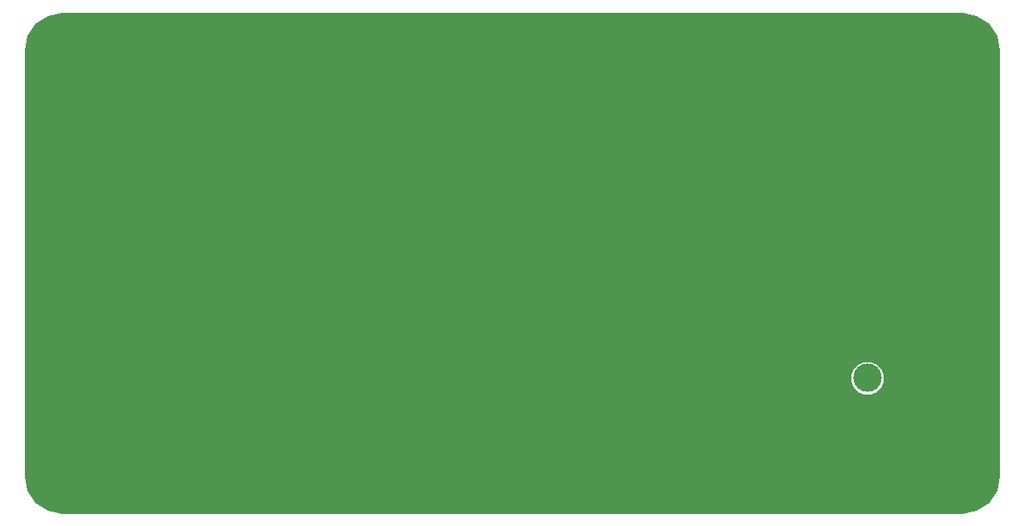
<source format=gbr>
G04 #@! TF.FileFunction,Copper,L1,Top,Signal*
%FSLAX46Y46*%
G04 Gerber Fmt 4.6, Leading zero omitted, Abs format (unit mm)*
G04 Created by KiCad (PCBNEW 4.0.4+e1-6308~48~ubuntu15.10.1-stable) date Thu Jan 25 11:04:30 2018*
%MOMM*%
%LPD*%
G01*
G04 APERTURE LIST*
%ADD10C,0.100000*%
%ADD11C,6.000000*%
%ADD12C,3.000000*%
%ADD13C,0.254000*%
G04 APERTURE END LIST*
D10*
D11*
X39532560Y-66746120D03*
X134548880Y-66715640D03*
X134543800Y-111739680D03*
D12*
X124495560Y-101371400D03*
D11*
X39517320Y-111739680D03*
D13*
G36*
X136003567Y-63208491D02*
X137239468Y-64034294D01*
X138065271Y-65270195D01*
X138358722Y-66745473D01*
X138358722Y-111730607D01*
X138065271Y-113205885D01*
X137239468Y-114441786D01*
X136003567Y-115267589D01*
X134528289Y-115561040D01*
X39543155Y-115561040D01*
X38067877Y-115267589D01*
X36831976Y-114441786D01*
X36006173Y-113205885D01*
X35712722Y-111730607D01*
X35712722Y-101733218D01*
X122668244Y-101733218D01*
X122945802Y-102404960D01*
X123459296Y-102919352D01*
X124130553Y-103198082D01*
X124857378Y-103198716D01*
X125529120Y-102921158D01*
X126043512Y-102407664D01*
X126322242Y-101736407D01*
X126322876Y-101009582D01*
X126045318Y-100337840D01*
X125531824Y-99823448D01*
X124860567Y-99544718D01*
X124133742Y-99544084D01*
X123462000Y-99821642D01*
X122947608Y-100335136D01*
X122668878Y-101006393D01*
X122668244Y-101733218D01*
X35712722Y-101733218D01*
X35712722Y-66745473D01*
X36006173Y-65270195D01*
X36831976Y-64034294D01*
X38067877Y-63208491D01*
X39543155Y-62915040D01*
X134528289Y-62915040D01*
X136003567Y-63208491D01*
X136003567Y-63208491D01*
G37*
X136003567Y-63208491D02*
X137239468Y-64034294D01*
X138065271Y-65270195D01*
X138358722Y-66745473D01*
X138358722Y-111730607D01*
X138065271Y-113205885D01*
X137239468Y-114441786D01*
X136003567Y-115267589D01*
X134528289Y-115561040D01*
X39543155Y-115561040D01*
X38067877Y-115267589D01*
X36831976Y-114441786D01*
X36006173Y-113205885D01*
X35712722Y-111730607D01*
X35712722Y-101733218D01*
X122668244Y-101733218D01*
X122945802Y-102404960D01*
X123459296Y-102919352D01*
X124130553Y-103198082D01*
X124857378Y-103198716D01*
X125529120Y-102921158D01*
X126043512Y-102407664D01*
X126322242Y-101736407D01*
X126322876Y-101009582D01*
X126045318Y-100337840D01*
X125531824Y-99823448D01*
X124860567Y-99544718D01*
X124133742Y-99544084D01*
X123462000Y-99821642D01*
X122947608Y-100335136D01*
X122668878Y-101006393D01*
X122668244Y-101733218D01*
X35712722Y-101733218D01*
X35712722Y-66745473D01*
X36006173Y-65270195D01*
X36831976Y-64034294D01*
X38067877Y-63208491D01*
X39543155Y-62915040D01*
X134528289Y-62915040D01*
X136003567Y-63208491D01*
M02*

</source>
